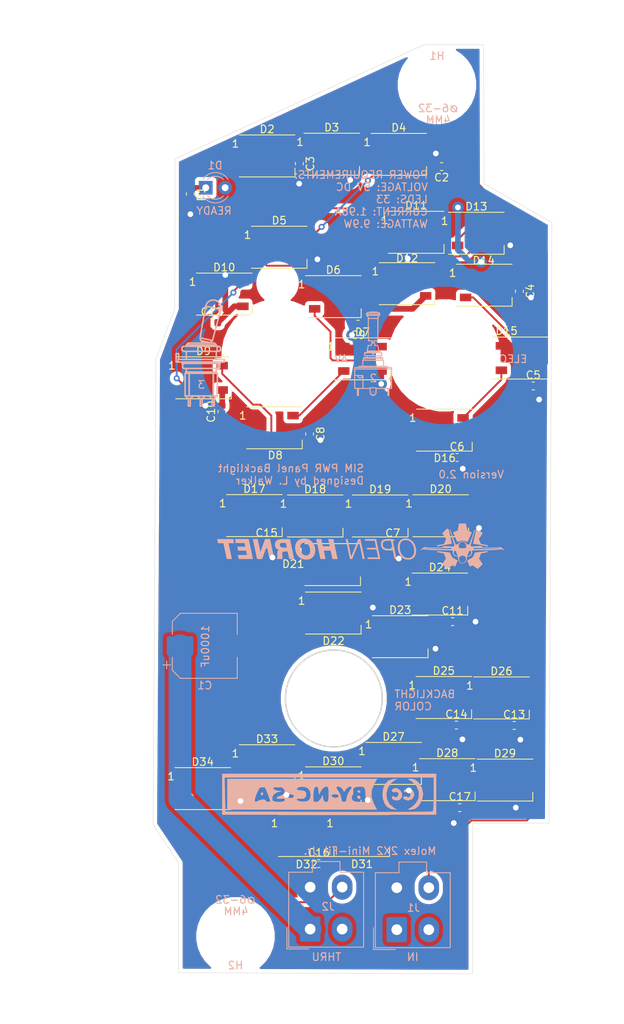
<source format=kicad_pcb>
(kicad_pcb (version 20171130) (host pcbnew "(5.1.6)-1")
  (layers (0 F.Cu signal) (31 B.Cu signal) (34 B.Paste user hide) (35 F.Paste user hide) (36 B.SilkS user) (37 F.SilkS user hide) (38 B.Mask user hide) (39 F.Mask user hide) (44 Edge.Cuts user))
  (net 0 "")
  (net 1 /LEDGND)
  (net 2 /LED+5V)
  (net 3 "Net-(D1-Pad1)")
  (net 4 "Net-(D2-Pad2)")
  (net 5 /DATAIN)
  (net 6 "Net-(D3-Pad2)")
  (net 7 "Net-(D4-Pad2)")
  (net 8 "Net-(D5-Pad2)")
  (net 9 "Net-(D6-Pad2)")
  (net 10 "Net-(D7-Pad2)")
  (net 11 "Net-(D8-Pad2)")
  (net 12 "Net-(D10-Pad4)")
  (net 13 "Net-(D10-Pad2)")
  (net 14 "Net-(D11-Pad2)")
  (net 15 "Net-(D12-Pad2)")
  (net 16 "Net-(D13-Pad2)")
  (net 17 "Net-(D14-Pad2)")
  (net 18 "Net-(D15-Pad2)")
  (net 19 "Net-(D16-Pad2)")
  (net 20 "Net-(D17-Pad2)")
  (net 21 "Net-(D18-Pad2)")
  (net 22 "Net-(D19-Pad2)")
  (net 23 "Net-(D20-Pad2)")
  (net 24 "Net-(D21-Pad2)")
  (net 25 "Net-(D22-Pad2)")
  (net 26 "Net-(D23-Pad2)")
  (net 27 "Net-(D24-Pad2)")
  (net 28 "Net-(D25-Pad2)")
  (net 29 "Net-(D26-Pad2)")
  (net 30 "Net-(D27-Pad2)")
  (net 31 "Net-(D28-Pad2)")
  (net 32 "Net-(D29-Pad2)")
  (net 33 "Net-(D30-Pad2)")
  (net 34 "Net-(D31-Pad2)")
  (net 35 "Net-(D32-Pad2)")
  (net 36 /DATAOUT)
  (net 37 "Net-(D33-Pad2)")
  (module OH_Backlighting:SxAL_Toggle_13x13mm (layer F.Cu) (at 134.67771 79.638436)
    (fp_text reference 4 hide)
    (fp_text value SxAL_Toggle_13x13mm hide)
    (pad "" np_thru_hole circle (at 0 0) (size 12.7 12.7) (drill 12.7) (layers *.Mask F.Cu) (clearance 1))
    (pad "" np_thru_hole circle (at 0 0) (size 12.7 12.7) (drill 12.7) (layers *.Mask B.Cu) (clearance 2.65))
  )
  (module OH_Backlighting:100SPX_Toggle_13mm_x_18mm (layer F.Cu) (at 112.773636 79.638436 180)
    (fp_text reference 3 hide)
    (fp_text value 100SPX_Toggle_13mm_x_18mm hide)
    (pad "" np_thru_hole circle (at 0 0 180) (size 12.7 12.7) (drill 12.7) (layers *.Mask B.Cu) (clearance 3.65))
    (pad "" np_thru_hole circle (at 0 0 180) (size 12.7 12.7) (drill 12.7) (layers *.Mask F.Cu) (clearance 1))
    (pad "" np_thru_hole circle (at 0 9.525 180) (size 3.572 3.572) (drill 3.572) (layers *.Cu *.Mask) (clearance 1))
  )
  (module OH_Backlighting:OH_Panel_6-32_PHS (layer F.Cu) (at 107.258014 155.785745)
    (fp_text reference 2 hide)
    (fp_text value OH_Panel_Fastner_Keepout hide)
    (fp_text user 4MM (at 0.075 -3.275 180) (layer B.SilkS) (effects (justify mirror)))
    (fp_text user H2 (at 0 3.81) (layer B.SilkS) (effects (justify mirror)))
    (fp_text user ⌀6-32 (at 0 -4.8) (layer B.SilkS) (effects (justify mirror)))
    (pad "" np_thru_hole circle (at 0 0) (size 4.3 4.3) (drill 4.3) (layers *.Cu *.Mask) (clearance 3))
  )
  (module OH_Backlighting:OH_Panel_6-32_PHS (layer F.Cu) (at 133.682342 44.179111)
    (fp_text reference 1 hide)
    (fp_text value OH_Panel_Fastner_Keepout hide)
    (fp_text user 4MM (at 0.175658 4.588889 180) (layer B.SilkS) (effects (justify mirror)))
    (fp_text user H1 (at 0 -3.793111) (layer B.SilkS) (effects (justify mirror)))
    (fp_text user ⌀6-32 (at 0.175658 3.064889) (layer B.SilkS) (effects (justify mirror)))
    (pad "" np_thru_hole circle (at 0 0) (size 4.3 4.3) (drill 4.3) (layers *.Cu *.Mask) (clearance 3))
  )
  (module OH_General:OH_LOGO_37.7mm_5.9mm (layer B.Cu) (at 123.698676 104.648 180)
    (fp_text reference G*** hide)
    (fp_text value LOGO hide)
  )
  (module OH_General:CC-BY-NC-SA-Small (layer B.Cu) (at 119.634 137.16 180)
    (fp_text reference G*** hide)
    (fp_text value LOGO hide)
  )
  (module Resistor_SMD:R_0603_1608Metric (layer F.Cu) (at 101.33076 58.47344 270)
    (fp_text reference R1 (at 0 -1.43 90) (layer F.SilkS))
    (fp_text value R)
    (pad 2 smd roundrect (at 0.7875 0 270) (size 0.875 0.95) (layers F.Cu F.Paste F.Mask) (net 1 /LEDGND))
    (pad 1 smd roundrect (at -0.7875 0 270) (size 0.875 0.95) (layers F.Cu F.Paste F.Mask) (net 3 "Net-(D1-Pad1)"))
  )
  (module Connector_Molex:Molex_Mini-Fit_Jr_5566-04A_2x02_P4.20mm_Vertical (layer B.Cu) (at 117.05198 154.84184)
    (fp_text reference J2 (at 2.3458 -2.95238) (layer B.SilkS) (effects (justify mirror)))
    (fp_text value Conn_01x04_Female)
    (pad 4 thru_hole oval (at 4.2 -5.5) (size 2.7 3.3) (drill 1.4) (layers *.Cu *.Mask) (net 36 /DATAOUT))
    (pad 3 thru_hole oval (at 0 -5.5) (size 2.7 3.3) (drill 1.4) (layers *.Cu *.Mask) (net 1 /LEDGND))
    (pad 2 thru_hole oval (at 4.2 0) (size 2.7 3.3) (drill 1.4) (layers *.Cu *.Mask) (net 2 /LED+5V))
    (pad 1 thru_hole roundrect (at 0 0) (size 2.7 3.3) (drill 1.4) (layers *.Cu *.Mask) (roundrect_rratio 0.09259299999999999) (net 2 /LED+5V))
  )
  (module Connector_Molex:Molex_Mini-Fit_Jr_5566-04A_2x02_P4.20mm_Vertical (layer B.Cu) (at 128.4134 154.91296)
    (fp_text reference J1 (at 2.18324 -2.86856) (layer B.SilkS) (effects (justify mirror)))
    (fp_text value Conn_01x04_Female)
    (pad 4 thru_hole oval (at 4.2 -5.5) (size 2.7 3.3) (drill 1.4) (layers *.Cu *.Mask) (net 5 /DATAIN))
    (pad 3 thru_hole oval (at 0 -5.5) (size 2.7 3.3) (drill 1.4) (layers *.Cu *.Mask) (net 1 /LEDGND))
    (pad 2 thru_hole oval (at 4.2 0) (size 2.7 3.3) (drill 1.4) (layers *.Cu *.Mask) (net 2 /LED+5V))
    (pad 1 thru_hole roundrect (at 0 0) (size 2.7 3.3) (drill 1.4) (layers *.Cu *.Mask) (roundrect_rratio 0.09259299999999999) (net 2 /LED+5V))
  )
  (module Capacitor_SMD:C_0603_1608Metric (layer F.Cu) (at 136.68238 138.91768)
    (fp_text reference C17 (at 0 -1.43) (layer F.SilkS))
    (fp_text value C)
    (pad 2 smd roundrect (at 0.7875 0) (size 0.875 0.95) (layers F.Cu F.Paste F.Mask) (net 1 /LEDGND))
    (pad 1 smd roundrect (at -0.7875 0) (size 0.875 0.95) (layers F.Cu F.Paste F.Mask) (net 2 /LED+5V))
  )
  (module Capacitor_SMD:C_0603_1608Metric (layer F.Cu) (at 118.1863 146.2532)
    (fp_text reference C16 (at 0 -1.43) (layer F.SilkS))
    (fp_text value C)
    (pad 2 smd roundrect (at 0.7875 0) (size 0.875 0.95) (layers F.Cu F.Paste F.Mask) (net 1 /LEDGND))
    (pad 1 smd roundrect (at -0.7875 0) (size 0.875 0.95) (layers F.Cu F.Paste F.Mask) (net 2 /LED+5V))
  )
  (module Capacitor_SMD:C_0603_1608Metric (layer F.Cu) (at 111.3408 104.33558)
    (fp_text reference C15 (at 0 -1.43) (layer F.SilkS))
    (fp_text value C)
    (pad 2 smd roundrect (at 0.7875 0) (size 0.875 0.95) (layers F.Cu F.Paste F.Mask) (net 1 /LEDGND))
    (pad 1 smd roundrect (at -0.7875 0) (size 0.875 0.95) (layers F.Cu F.Paste F.Mask) (net 2 /LED+5V))
  )
  (module Capacitor_SMD:C_0603_1608Metric (layer F.Cu) (at 136.24062 128.09982)
    (fp_text reference C14 (at 0 -1.43) (layer F.SilkS))
    (fp_text value C)
    (pad 2 smd roundrect (at 0.7875 0) (size 0.875 0.95) (layers F.Cu F.Paste F.Mask) (net 1 /LEDGND))
    (pad 1 smd roundrect (at -0.7875 0) (size 0.875 0.95) (layers F.Cu F.Paste F.Mask) (net 2 /LED+5V))
  )
  (module Capacitor_SMD:C_0603_1608Metric (layer F.Cu) (at 143.82486 128.143)
    (fp_text reference C13 (at 0 -1.43) (layer F.SilkS))
    (fp_text value C)
    (pad 2 smd roundrect (at 0.7875 0) (size 0.875 0.95) (layers F.Cu F.Paste F.Mask) (net 1 /LEDGND))
    (pad 1 smd roundrect (at -0.7875 0) (size 0.875 0.95) (layers F.Cu F.Paste F.Mask) (net 2 /LED+5V))
  )
  (module Capacitor_SMD:C_0603_1608Metric (layer F.Cu) (at 104.1401 75.35672)
    (fp_text reference C12 (at 0 -1.43) (layer F.SilkS))
    (fp_text value C)
    (pad 2 smd roundrect (at 0.7875 0) (size 0.875 0.95) (layers F.Cu F.Paste F.Mask) (net 1 /LEDGND))
    (pad 1 smd roundrect (at -0.7875 0) (size 0.875 0.95) (layers F.Cu F.Paste F.Mask) (net 2 /LED+5V))
  )
  (module Capacitor_SMD:C_0603_1608Metric (layer F.Cu) (at 135.73242 114.53876)
    (fp_text reference C11 (at 0 -1.43) (layer F.SilkS))
    (fp_text value C)
    (pad 2 smd roundrect (at 0.7875 0) (size 0.875 0.95) (layers F.Cu F.Paste F.Mask) (net 1 /LEDGND))
    (pad 1 smd roundrect (at -0.7875 0) (size 0.875 0.95) (layers F.Cu F.Paste F.Mask) (net 2 /LED+5V))
  )
  (module Capacitor_SMD:C_0603_1608Metric (layer F.Cu) (at 105.48112 87.00526 90)
    (fp_text reference C10 (at 0 -1.43 90) (layer F.SilkS))
    (fp_text value C)
    (pad 2 smd roundrect (at 0.7875 0 90) (size 0.875 0.95) (layers F.Cu F.Paste F.Mask) (net 1 /LEDGND))
    (pad 1 smd roundrect (at -0.7875 0 90) (size 0.875 0.95) (layers F.Cu F.Paste F.Mask) (net 2 /LED+5V))
  )
  (module Capacitor_SMD:C_0603_1608Metric (layer F.Cu) (at 123.32472 75.54214 180)
    (fp_text reference C9 (at 0 -1.43) (layer F.SilkS))
    (fp_text value C)
    (pad 2 smd roundrect (at 0.7875 0 180) (size 0.875 0.95) (layers F.Cu F.Paste F.Mask) (net 1 /LEDGND))
    (pad 1 smd roundrect (at -0.7875 0 180) (size 0.875 0.95) (layers F.Cu F.Paste F.Mask) (net 2 /LED+5V))
  )
  (module Capacitor_SMD:C_0603_1608Metric (layer F.Cu) (at 116.97716 89.95156 270)
    (fp_text reference C8 (at 0 -1.43 90) (layer F.SilkS))
    (fp_text value C)
    (pad 2 smd roundrect (at 0.7875 0 270) (size 0.875 0.95) (layers F.Cu F.Paste F.Mask) (net 1 /LEDGND))
    (pad 1 smd roundrect (at -0.7875 0 270) (size 0.875 0.95) (layers F.Cu F.Paste F.Mask) (net 2 /LED+5V))
  )
  (module Capacitor_SMD:C_0603_1608Metric (layer F.Cu) (at 127.8889 104.36352)
    (fp_text reference C7 (at 0 -1.43) (layer F.SilkS))
    (fp_text value C)
    (pad 2 smd roundrect (at 0.7875 0) (size 0.875 0.95) (layers F.Cu F.Paste F.Mask) (net 1 /LEDGND))
    (pad 1 smd roundrect (at -0.7875 0) (size 0.875 0.95) (layers F.Cu F.Paste F.Mask) (net 2 /LED+5V))
  )
  (module Capacitor_SMD:C_0603_1608Metric (layer F.Cu) (at 136.32678 93.01734)
    (fp_text reference C6 (at 0 -1.43) (layer F.SilkS))
    (fp_text value C)
    (pad 2 smd roundrect (at 0.7875 0) (size 0.875 0.95) (layers F.Cu F.Paste F.Mask) (net 1 /LEDGND))
    (pad 1 smd roundrect (at -0.7875 0) (size 0.875 0.95) (layers F.Cu F.Paste F.Mask) (net 2 /LED+5V))
  )
  (module Capacitor_SMD:C_0603_1608Metric (layer F.Cu) (at 146.31914 83.64728)
    (fp_text reference C5 (at 0 -1.43) (layer F.SilkS))
    (fp_text value C)
    (pad 2 smd roundrect (at 0.7875 0) (size 0.875 0.95) (layers F.Cu F.Paste F.Mask) (net 1 /LEDGND))
    (pad 1 smd roundrect (at -0.7875 0) (size 0.875 0.95) (layers F.Cu F.Paste F.Mask) (net 2 /LED+5V))
  )
  (module Capacitor_SMD:C_0603_1608Metric (layer F.Cu) (at 144.5006 71.23938 270)
    (fp_text reference C4 (at 0 -1.43 90) (layer F.SilkS))
    (fp_text value C)
    (pad 2 smd roundrect (at 0.7875 0 270) (size 0.875 0.95) (layers F.Cu F.Paste F.Mask) (net 1 /LEDGND))
    (pad 1 smd roundrect (at -0.7875 0 270) (size 0.875 0.95) (layers F.Cu F.Paste F.Mask) (net 2 /LED+5V))
  )
  (module Capacitor_SMD:C_0603_1608Metric (layer F.Cu) (at 115.6335 54.50078 270)
    (fp_text reference C3 (at 0 -1.43 90) (layer F.SilkS))
    (fp_text value C)
    (pad 2 smd roundrect (at 0.7875 0 270) (size 0.875 0.95) (layers F.Cu F.Paste F.Mask) (net 1 /LEDGND))
    (pad 1 smd roundrect (at -0.7875 0 270) (size 0.875 0.95) (layers F.Cu F.Paste F.Mask) (net 2 /LED+5V))
  )
  (module Capacitor_SMD:C_0603_1608Metric (layer F.Cu) (at 134.3024 54.8894 180)
    (fp_text reference C2 (at 0 -1.43) (layer F.SilkS))
    (fp_text value C)
    (pad 2 smd roundrect (at 0.7875 0 180) (size 0.875 0.95) (layers F.Cu F.Paste F.Mask) (net 1 /LEDGND))
    (pad 1 smd roundrect (at -0.7875 0 180) (size 0.875 0.95) (layers F.Cu F.Paste F.Mask) (net 2 /LED+5V))
  )
  (module "Kicad Footprint Files:100SpxToggle" (layer F.Cu) (at 103.2764 80.6704)
    (fp_text reference 1 hide)
    (fp_text value LOGO hide)
  )
  (module "Kicad Footprint Files:S2ALToggle" (layer B.Cu) (at 125.4506 79.5528 180)
    (fp_text reference 2 hide)
    (fp_text value LOGO hide)
    (fp_text user 2 (at 0.125 -3.075) (layer B.SilkS) (effects (justify mirror)))
  )
  (module LED_SMD:LED_WS2812B_PLCC4_5.0x5.0mm_P3.2mm (layer F.Cu) (at 102.96 136.423)
    (fp_text reference D34 (at 0 -3.5) (layer F.SilkS))
    (fp_text value WS2812B)
    (fp_text user 1 (at -4.15 -1.6) (layer F.SilkS))
    (pad 1 smd rect (at -2.45 -1.6) (size 1.5 1) (layers F.Cu F.Paste F.Mask) (net 2 /LED+5V))
    (pad 2 smd rect (at -2.45 1.6) (size 1.5 1) (layers F.Cu F.Paste F.Mask) (net 36 /DATAOUT))
    (pad 4 smd rect (at 2.45 -1.6) (size 1.5 1) (layers F.Cu F.Paste F.Mask) (net 37 "Net-(D33-Pad2)"))
    (pad 3 smd rect (at 2.45 1.6) (size 1.5 1) (layers F.Cu F.Paste F.Mask) (net 1 /LEDGND))
  )
  (module LED_SMD:LED_WS2812B_PLCC4_5.0x5.0mm_P3.2mm (layer F.Cu) (at 111.393 133.426)
    (fp_text reference D33 (at 0 -3.5) (layer F.SilkS))
    (fp_text value WS2812B)
    (fp_text user 1 (at -4.15 -1.6) (layer F.SilkS))
    (pad 1 smd rect (at -2.45 -1.6) (size 1.5 1) (layers F.Cu F.Paste F.Mask) (net 2 /LED+5V))
    (pad 2 smd rect (at -2.45 1.6) (size 1.5 1) (layers F.Cu F.Paste F.Mask) (net 37 "Net-(D33-Pad2)"))
    (pad 4 smd rect (at 2.45 -1.6) (size 1.5 1) (layers F.Cu F.Paste F.Mask) (net 35 "Net-(D32-Pad2)"))
    (pad 3 smd rect (at 2.45 1.6) (size 1.5 1) (layers F.Cu F.Paste F.Mask) (net 1 /LEDGND))
  )
  (module LED_SMD:LED_WS2812B_PLCC4_5.0x5.0mm_P3.2mm (layer F.Cu) (at 116.524 142.57)
    (fp_text reference D32 (at 0.062 3.7848) (layer F.SilkS))
    (fp_text value WS2812B)
    (fp_text user 1 (at -4.15 -1.6) (layer F.SilkS))
    (pad 1 smd rect (at -2.45 -1.6) (size 1.5 1) (layers F.Cu F.Paste F.Mask) (net 2 /LED+5V))
    (pad 2 smd rect (at -2.45 1.6) (size 1.5 1) (layers F.Cu F.Paste F.Mask) (net 35 "Net-(D32-Pad2)"))
    (pad 4 smd rect (at 2.45 -1.6) (size 1.5 1) (layers F.Cu F.Paste F.Mask) (net 34 "Net-(D31-Pad2)"))
    (pad 3 smd rect (at 2.45 1.6) (size 1.5 1) (layers F.Cu F.Paste F.Mask) (net 1 /LEDGND))
  )
  (module LED_SMD:LED_WS2812B_PLCC4_5.0x5.0mm_P3.2mm (layer F.Cu) (at 123.811 142.57)
    (fp_text reference D31 (at 0.0394 3.7594) (layer F.SilkS))
    (fp_text value WS2812B)
    (fp_text user 1 (at -4.15 -1.6) (layer F.SilkS))
    (pad 1 smd rect (at -2.45 -1.6) (size 1.5 1) (layers F.Cu F.Paste F.Mask) (net 2 /LED+5V))
    (pad 2 smd rect (at -2.45 1.6) (size 1.5 1) (layers F.Cu F.Paste F.Mask) (net 34 "Net-(D31-Pad2)"))
    (pad 4 smd rect (at 2.45 -1.6) (size 1.5 1) (layers F.Cu F.Paste F.Mask) (net 33 "Net-(D30-Pad2)"))
    (pad 3 smd rect (at 2.45 1.6) (size 1.5 1) (layers F.Cu F.Paste F.Mask) (net 1 /LEDGND))
  )
  (module LED_SMD:LED_WS2812B_PLCC4_5.0x5.0mm_P3.2mm (layer F.Cu) (at 120.091 136.322)
    (fp_text reference D30 (at 0 -3.5) (layer F.SilkS))
    (fp_text value WS2812B)
    (fp_text user 1 (at -4.15 -1.6) (layer F.SilkS))
    (pad 1 smd rect (at -2.45 -1.6) (size 1.5 1) (layers F.Cu F.Paste F.Mask) (net 2 /LED+5V))
    (pad 2 smd rect (at -2.45 1.6) (size 1.5 1) (layers F.Cu F.Paste F.Mask) (net 33 "Net-(D30-Pad2)"))
    (pad 4 smd rect (at 2.45 -1.6) (size 1.5 1) (layers F.Cu F.Paste F.Mask) (net 32 "Net-(D29-Pad2)"))
    (pad 3 smd rect (at 2.45 1.6) (size 1.5 1) (layers F.Cu F.Paste F.Mask) (net 1 /LEDGND))
  )
  (module LED_SMD:LED_WS2812B_PLCC4_5.0x5.0mm_P3.2mm (layer F.Cu) (at 142.607 135.306)
    (fp_text reference D29 (at 0 -3.5) (layer F.SilkS))
    (fp_text value WS2812B)
    (fp_text user 1 (at -4.15 -1.6) (layer F.SilkS))
    (pad 1 smd rect (at -2.45 -1.6) (size 1.5 1) (layers F.Cu F.Paste F.Mask) (net 2 /LED+5V))
    (pad 2 smd rect (at -2.45 1.6) (size 1.5 1) (layers F.Cu F.Paste F.Mask) (net 32 "Net-(D29-Pad2)"))
    (pad 4 smd rect (at 2.45 -1.6) (size 1.5 1) (layers F.Cu F.Paste F.Mask) (net 31 "Net-(D28-Pad2)"))
    (pad 3 smd rect (at 2.45 1.6) (size 1.5 1) (layers F.Cu F.Paste F.Mask) (net 1 /LEDGND))
  )
  (module LED_SMD:LED_WS2812B_PLCC4_5.0x5.0mm_P3.2mm (layer F.Cu) (at 135.038 135.255)
    (fp_text reference D28 (at 0 -3.5) (layer F.SilkS))
    (fp_text value WS2812B)
    (fp_text user 1 (at -4.15 -1.6) (layer F.SilkS))
    (pad 1 smd rect (at -2.45 -1.6) (size 1.5 1) (layers F.Cu F.Paste F.Mask) (net 2 /LED+5V))
    (pad 2 smd rect (at -2.45 1.6) (size 1.5 1) (layers F.Cu F.Paste F.Mask) (net 31 "Net-(D28-Pad2)"))
    (pad 4 smd rect (at 2.45 -1.6) (size 1.5 1) (layers F.Cu F.Paste F.Mask) (net 30 "Net-(D27-Pad2)"))
    (pad 3 smd rect (at 2.45 1.6) (size 1.5 1) (layers F.Cu F.Paste F.Mask) (net 1 /LEDGND))
  )
  (module LED_SMD:LED_WS2812B_PLCC4_5.0x5.0mm_P3.2mm (layer F.Cu) (at 127.99204 133.121)
    (fp_text reference D27 (at 0 -3.5) (layer F.SilkS))
    (fp_text value WS2812B)
    (fp_text user 1 (at -4.15 -1.6) (layer F.SilkS))
    (pad 1 smd rect (at -2.45 -1.6) (size 1.5 1) (layers F.Cu F.Paste F.Mask) (net 2 /LED+5V))
    (pad 2 smd rect (at -2.45 1.6) (size 1.5 1) (layers F.Cu F.Paste F.Mask) (net 30 "Net-(D27-Pad2)"))
    (pad 4 smd rect (at 2.45 -1.6) (size 1.5 1) (layers F.Cu F.Paste F.Mask) (net 29 "Net-(D26-Pad2)"))
    (pad 3 smd rect (at 2.45 1.6) (size 1.5 1) (layers F.Cu F.Paste F.Mask) (net 1 /LEDGND))
  )
  (module LED_SMD:LED_WS2812B_PLCC4_5.0x5.0mm_P3.2mm (layer F.Cu) (at 142.15 124.536)
    (fp_text reference D26 (at 0 -3.5) (layer F.SilkS))
    (fp_text value WS2812B)
    (fp_text user 1 (at -4.15 -1.6) (layer F.SilkS))
    (pad 1 smd rect (at -2.45 -1.6) (size 1.5 1) (layers F.Cu F.Paste F.Mask) (net 2 /LED+5V))
    (pad 2 smd rect (at -2.45 1.6) (size 1.5 1) (layers F.Cu F.Paste F.Mask) (net 29 "Net-(D26-Pad2)"))
    (pad 4 smd rect (at 2.45 -1.6) (size 1.5 1) (layers F.Cu F.Paste F.Mask) (net 28 "Net-(D25-Pad2)"))
    (pad 3 smd rect (at 2.45 1.6) (size 1.5 1) (layers F.Cu F.Paste F.Mask) (net 1 /LEDGND))
  )
  (module LED_SMD:LED_WS2812B_PLCC4_5.0x5.0mm_P3.2mm (layer F.Cu) (at 134.581 124.485)
    (fp_text reference D25 (at 0 -3.5) (layer F.SilkS))
    (fp_text value WS2812B)
    (fp_text user 1 (at -4.15 -1.6) (layer F.SilkS))
    (pad 1 smd rect (at -2.45 -1.6) (size 1.5 1) (layers F.Cu F.Paste F.Mask) (net 2 /LED+5V))
    (pad 2 smd rect (at -2.45 1.6) (size 1.5 1) (layers F.Cu F.Paste F.Mask) (net 28 "Net-(D25-Pad2)"))
    (pad 4 smd rect (at 2.45 -1.6) (size 1.5 1) (layers F.Cu F.Paste F.Mask) (net 27 "Net-(D24-Pad2)"))
    (pad 3 smd rect (at 2.45 1.6) (size 1.5 1) (layers F.Cu F.Paste F.Mask) (net 1 /LEDGND))
  )
  (module LED_SMD:LED_WS2812B_PLCC4_5.0x5.0mm_P3.2mm (layer F.Cu) (at 134.073 110.922)
    (fp_text reference D24 (at 0 -3.5) (layer F.SilkS))
    (fp_text value WS2812B)
    (fp_text user 1 (at -4.15 -1.6) (layer F.SilkS))
    (pad 1 smd rect (at -2.45 -1.6) (size 1.5 1) (layers F.Cu F.Paste F.Mask) (net 2 /LED+5V))
    (pad 2 smd rect (at -2.45 1.6) (size 1.5 1) (layers F.Cu F.Paste F.Mask) (net 27 "Net-(D24-Pad2)"))
    (pad 4 smd rect (at 2.45 -1.6) (size 1.5 1) (layers F.Cu F.Paste F.Mask) (net 26 "Net-(D23-Pad2)"))
    (pad 3 smd rect (at 2.45 1.6) (size 1.5 1) (layers F.Cu F.Paste F.Mask) (net 1 /LEDGND))
  )
  (module LED_SMD:LED_WS2812B_PLCC4_5.0x5.0mm_P3.2mm (layer F.Cu) (at 128.868 116.51)
    (fp_text reference D23 (at 0 -3.5) (layer F.SilkS))
    (fp_text value WS2812B)
    (fp_text user 1 (at -4.15 -1.6) (layer F.SilkS))
    (pad 1 smd rect (at -2.45 -1.6) (size 1.5 1) (layers F.Cu F.Paste F.Mask) (net 2 /LED+5V))
    (pad 2 smd rect (at -2.45 1.6) (size 1.5 1) (layers F.Cu F.Paste F.Mask) (net 26 "Net-(D23-Pad2)"))
    (pad 4 smd rect (at 2.45 -1.6) (size 1.5 1) (layers F.Cu F.Paste F.Mask) (net 25 "Net-(D22-Pad2)"))
    (pad 3 smd rect (at 2.45 1.6) (size 1.5 1) (layers F.Cu F.Paste F.Mask) (net 1 /LEDGND))
  )
  (module LED_SMD:LED_WS2812B_PLCC4_5.0x5.0mm_P3.2mm (layer F.Cu) (at 120.08 113.411)
    (fp_text reference D22 (at 0.0366 3.6576) (layer F.SilkS))
    (fp_text value WS2812B)
    (fp_text user 1 (at -4.15 -1.6) (layer F.SilkS))
    (pad 1 smd rect (at -2.45 -1.6) (size 1.5 1) (layers F.Cu F.Paste F.Mask) (net 2 /LED+5V))
    (pad 2 smd rect (at -2.45 1.6) (size 1.5 1) (layers F.Cu F.Paste F.Mask) (net 25 "Net-(D22-Pad2)"))
    (pad 4 smd rect (at 2.45 -1.6) (size 1.5 1) (layers F.Cu F.Paste F.Mask) (net 24 "Net-(D21-Pad2)"))
    (pad 3 smd rect (at 2.45 1.6) (size 1.5 1) (layers F.Cu F.Paste F.Mask) (net 1 /LEDGND))
  )
  (module LED_SMD:LED_WS2812B_PLCC4_5.0x5.0mm_P3.2mm (layer F.Cu) (at 120.001 107.061)
    (fp_text reference D21 (at -5.1676 -0.0762) (layer F.SilkS))
    (fp_text value WS2812B)
    (fp_text user 1 (at -4.15 -1.6) (layer F.SilkS))
    (pad 1 smd rect (at -2.45 -1.6) (size 1.5 1) (layers F.Cu F.Paste F.Mask) (net 2 /LED+5V))
    (pad 2 smd rect (at -2.45 1.6) (size 1.5 1) (layers F.Cu F.Paste F.Mask) (net 24 "Net-(D21-Pad2)"))
    (pad 4 smd rect (at 2.45 -1.6) (size 1.5 1) (layers F.Cu F.Paste F.Mask) (net 23 "Net-(D20-Pad2)"))
    (pad 3 smd rect (at 2.45 1.6) (size 1.5 1) (layers F.Cu F.Paste F.Mask) (net 1 /LEDGND))
  )
  (module LED_SMD:LED_WS2812B_PLCC4_5.0x5.0mm_P3.2mm (layer F.Cu) (at 134.174 100.66)
    (fp_text reference D20 (at 0 -3.5) (layer F.SilkS))
    (fp_text value WS2812B)
    (fp_text user 1 (at -4.15 -1.6) (layer F.SilkS))
    (pad 1 smd rect (at -2.45 -1.6) (size 1.5 1) (layers F.Cu F.Paste F.Mask) (net 2 /LED+5V))
    (pad 2 smd rect (at -2.45 1.6) (size 1.5 1) (layers F.Cu F.Paste F.Mask) (net 23 "Net-(D20-Pad2)"))
    (pad 4 smd rect (at 2.45 -1.6) (size 1.5 1) (layers F.Cu F.Paste F.Mask) (net 22 "Net-(D19-Pad2)"))
    (pad 3 smd rect (at 2.45 1.6) (size 1.5 1) (layers F.Cu F.Paste F.Mask) (net 1 /LEDGND))
  )
  (module LED_SMD:LED_WS2812B_PLCC4_5.0x5.0mm_P3.2mm (layer F.Cu) (at 126.238 100.686)
    (fp_text reference D19 (at 0 -3.5) (layer F.SilkS))
    (fp_text value WS2812B)
    (fp_text user 1 (at -4.15 -1.6) (layer F.SilkS))
    (pad 1 smd rect (at -2.45 -1.6) (size 1.5 1) (layers F.Cu F.Paste F.Mask) (net 2 /LED+5V))
    (pad 2 smd rect (at -2.45 1.6) (size 1.5 1) (layers F.Cu F.Paste F.Mask) (net 22 "Net-(D19-Pad2)"))
    (pad 4 smd rect (at 2.45 -1.6) (size 1.5 1) (layers F.Cu F.Paste F.Mask) (net 21 "Net-(D18-Pad2)"))
    (pad 3 smd rect (at 2.45 1.6) (size 1.5 1) (layers F.Cu F.Paste F.Mask) (net 1 /LEDGND))
  )
  (module LED_SMD:LED_WS2812B_PLCC4_5.0x5.0mm_P3.2mm (layer F.Cu) (at 117.704 100.686)
    (fp_text reference D18 (at 0 -3.5) (layer F.SilkS))
    (fp_text value WS2812B)
    (fp_text user 1 (at -4.15 -1.6) (layer F.SilkS))
    (pad 1 smd rect (at -2.45 -1.6) (size 1.5 1) (layers F.Cu F.Paste F.Mask) (net 2 /LED+5V))
    (pad 2 smd rect (at -2.45 1.6) (size 1.5 1) (layers F.Cu F.Paste F.Mask) (net 21 "Net-(D18-Pad2)"))
    (pad 4 smd rect (at 2.45 -1.6) (size 1.5 1) (layers F.Cu F.Paste F.Mask) (net 20 "Net-(D17-Pad2)"))
    (pad 3 smd rect (at 2.45 1.6) (size 1.5 1) (layers F.Cu F.Paste F.Mask) (net 1 /LEDGND))
  )
  (module LED_SMD:LED_WS2812B_PLCC4_5.0x5.0mm_P3.2mm (layer F.Cu) (at 109.728 100.635)
    (fp_text reference D17 (at 0 -3.5) (layer F.SilkS))
    (fp_text value WS2812B)
    (fp_text user 1 (at -4.15 -1.6) (layer F.SilkS))
    (pad 1 smd rect (at -2.45 -1.6) (size 1.5 1) (layers F.Cu F.Paste F.Mask) (net 2 /LED+5V))
    (pad 2 smd rect (at -2.45 1.6) (size 1.5 1) (layers F.Cu F.Paste F.Mask) (net 20 "Net-(D17-Pad2)"))
    (pad 4 smd rect (at 2.45 -1.6) (size 1.5 1) (layers F.Cu F.Paste F.Mask) (net 19 "Net-(D16-Pad2)"))
    (pad 3 smd rect (at 2.45 1.6) (size 1.5 1) (layers F.Cu F.Paste F.Mask) (net 1 /LEDGND))
  )
  (module LED_SMD:LED_WS2812B_PLCC4_5.0x5.0mm_P3.2mm (layer F.Cu) (at 134.659 89.4332)
    (fp_text reference D16 (at 0.0372 3.6578) (layer F.SilkS))
    (fp_text value WS2812B)
    (fp_text user 1 (at -4.15 -1.6) (layer F.SilkS))
    (pad 1 smd rect (at -2.45 -1.6) (size 1.5 1) (layers F.Cu F.Paste F.Mask) (net 2 /LED+5V))
    (pad 2 smd rect (at -2.45 1.6) (size 1.5 1) (layers F.Cu F.Paste F.Mask) (net 19 "Net-(D16-Pad2)"))
    (pad 4 smd rect (at 2.45 -1.6) (size 1.5 1) (layers F.Cu F.Paste F.Mask) (net 18 "Net-(D15-Pad2)"))
    (pad 3 smd rect (at 2.45 1.6) (size 1.5 1) (layers F.Cu F.Paste F.Mask) (net 1 /LEDGND))
  )
  (module LED_SMD:LED_WS2812B_PLCC4_5.0x5.0mm_P3.2mm (layer F.Cu) (at 144.588 79.9844)
    (fp_text reference D15 (at -1.7638 -3.5558) (layer F.SilkS))
    (fp_text value WS2812B)
    (fp_text user 1 (at -4.15 -1.6) (layer F.SilkS))
    (pad 1 smd rect (at -2.45 -1.6) (size 1.5 1) (layers F.Cu F.Paste F.Mask) (net 2 /LED+5V))
    (pad 2 smd rect (at -2.45 1.6) (size 1.5 1) (layers F.Cu F.Paste F.Mask) (net 18 "Net-(D15-Pad2)"))
    (pad 4 smd rect (at 2.45 -1.6) (size 1.5 1) (layers F.Cu F.Paste F.Mask) (net 17 "Net-(D14-Pad2)"))
    (pad 3 smd rect (at 2.45 1.6) (size 1.5 1) (layers F.Cu F.Paste F.Mask) (net 1 /LEDGND))
  )
  (module LED_SMD:LED_WS2812B_PLCC4_5.0x5.0mm_P3.2mm (layer F.Cu) (at 139.892 70.434)
    (fp_text reference D14 (at -0.065 -3.2256) (layer F.SilkS))
    (fp_text value WS2812B)
    (fp_text user 1 (at -4.15 -1.6) (layer F.SilkS))
    (pad 1 smd rect (at -2.45 -1.6) (size 1.5 1) (layers F.Cu F.Paste F.Mask) (net 2 /LED+5V))
    (pad 2 smd rect (at -2.45 1.6) (size 1.5 1) (layers F.Cu F.Paste F.Mask) (net 17 "Net-(D14-Pad2)"))
    (pad 4 smd rect (at 2.45 -1.6) (size 1.5 1) (layers F.Cu F.Paste F.Mask) (net 16 "Net-(D13-Pad2)"))
    (pad 3 smd rect (at 2.45 1.6) (size 1.5 1) (layers F.Cu F.Paste F.Mask) (net 1 /LEDGND))
  )
  (module LED_SMD:LED_WS2812B_PLCC4_5.0x5.0mm_P3.2mm (layer F.Cu) (at 138.848 63.6268)
    (fp_text reference D13 (at 0 -3.5) (layer F.SilkS))
    (fp_text value WS2812B)
    (fp_text user 1 (at -4.15 -1.6) (layer F.SilkS))
    (pad 1 smd rect (at -2.45 -1.6) (size 1.5 1) (layers F.Cu F.Paste F.Mask) (net 2 /LED+5V))
    (pad 2 smd rect (at -2.45 1.6) (size 1.5 1) (layers F.Cu F.Paste F.Mask) (net 16 "Net-(D13-Pad2)"))
    (pad 4 smd rect (at 2.45 -1.6) (size 1.5 1) (layers F.Cu F.Paste F.Mask) (net 15 "Net-(D12-Pad2)"))
    (pad 3 smd rect (at 2.45 1.6) (size 1.5 1) (layers F.Cu F.Paste F.Mask) (net 1 /LEDGND))
  )
  (module LED_SMD:LED_WS2812B_PLCC4_5.0x5.0mm_P3.2mm (layer F.Cu) (at 129.755 70.2308)
    (fp_text reference D12 (at 0.0136 -3.3272) (layer F.SilkS))
    (fp_text value WS2812B)
    (fp_text user 1 (at -4.15 -1.6) (layer F.SilkS))
    (pad 1 smd rect (at -2.45 -1.6) (size 1.5 1) (layers F.Cu F.Paste F.Mask) (net 2 /LED+5V))
    (pad 2 smd rect (at -2.45 1.6) (size 1.5 1) (layers F.Cu F.Paste F.Mask) (net 15 "Net-(D12-Pad2)"))
    (pad 4 smd rect (at 2.45 -1.6) (size 1.5 1) (layers F.Cu F.Paste F.Mask) (net 14 "Net-(D11-Pad2)"))
    (pad 3 smd rect (at 2.45 1.6) (size 1.5 1) (layers F.Cu F.Paste F.Mask) (net 1 /LEDGND))
  )
  (module LED_SMD:LED_WS2812B_PLCC4_5.0x5.0mm_P3.2mm (layer F.Cu) (at 130.962 63.5)
    (fp_text reference D11 (at 0 -3.5) (layer F.SilkS))
    (fp_text value WS2812B)
    (fp_text user 1 (at -4.15 -1.6) (layer F.SilkS))
    (pad 1 smd rect (at -2.45 -1.6) (size 1.5 1) (layers F.Cu F.Paste F.Mask) (net 2 /LED+5V))
    (pad 2 smd rect (at -2.45 1.6) (size 1.5 1) (layers F.Cu F.Paste F.Mask) (net 14 "Net-(D11-Pad2)"))
    (pad 4 smd rect (at 2.45 -1.6) (size 1.5 1) (layers F.Cu F.Paste F.Mask) (net 13 "Net-(D10-Pad2)"))
    (pad 3 smd rect (at 2.45 1.6) (size 1.5 1) (layers F.Cu F.Paste F.Mask) (net 1 /LEDGND))
  )
  (module LED_SMD:LED_WS2812B_PLCC4_5.0x5.0mm_P3.2mm (layer F.Cu) (at 105.777 71.6024)
    (fp_text reference D10 (at 0 -3.5) (layer F.SilkS))
    (fp_text value WS2812B)
    (fp_text user 1 (at -4.15 -1.6) (layer F.SilkS))
    (pad 1 smd rect (at -2.45 -1.6) (size 1.5 1) (layers F.Cu F.Paste F.Mask) (net 2 /LED+5V))
    (pad 2 smd rect (at -2.45 1.6) (size 1.5 1) (layers F.Cu F.Paste F.Mask) (net 13 "Net-(D10-Pad2)"))
    (pad 4 smd rect (at 2.45 -1.6) (size 1.5 1) (layers F.Cu F.Paste F.Mask) (net 12 "Net-(D10-Pad4)"))
    (pad 3 smd rect (at 2.45 1.6) (size 1.5 1) (layers F.Cu F.Paste F.Mask) (net 1 /LEDGND))
  )
  (module LED_SMD:LED_WS2812B_PLCC4_5.0x5.0mm_P3.2mm (layer F.Cu) (at 103.062 82.5756)
    (fp_text reference D9 (at 0 -3.5) (layer F.SilkS))
    (fp_text value WS2812B)
    (fp_text user 1 (at -4.15 -1.6) (layer F.SilkS))
    (pad 1 smd rect (at -2.45 -1.6) (size 1.5 1) (layers F.Cu F.Paste F.Mask) (net 2 /LED+5V))
    (pad 2 smd rect (at -2.45 1.6) (size 1.5 1) (layers F.Cu F.Paste F.Mask) (net 12 "Net-(D10-Pad4)"))
    (pad 4 smd rect (at 2.45 -1.6) (size 1.5 1) (layers F.Cu F.Paste F.Mask) (net 11 "Net-(D8-Pad2)"))
    (pad 3 smd rect (at 2.45 1.6) (size 1.5 1) (layers F.Cu F.Paste F.Mask) (net 1 /LEDGND))
  )
  (module LED_SMD:LED_WS2812B_PLCC4_5.0x5.0mm_P3.2mm (layer F.Cu) (at 112.358 89.1284)
    (fp_text reference D8 (at 0.1132 3.607) (layer F.SilkS))
    (fp_text value WS2812B)
    (fp_text user 1 (at -4.15 -1.6) (layer F.SilkS))
    (pad 1 smd rect (at -2.45 -1.6) (size 1.5 1) (layers F.Cu F.Paste F.Mask) (net 2 /LED+5V))
    (pad 2 smd rect (at -2.45 1.6) (size 1.5 1) (layers F.Cu F.Paste F.Mask) (net 11 "Net-(D8-Pad2)"))
    (pad 4 smd rect (at 2.45 -1.6) (size 1.5 1) (layers F.Cu F.Paste F.Mask) (net 10 "Net-(D7-Pad2)"))
    (pad 3 smd rect (at 2.45 1.6) (size 1.5 1) (layers F.Cu F.Paste F.Mask) (net 1 /LEDGND))
  )
  (module LED_SMD:LED_WS2812B_PLCC4_5.0x5.0mm_P3.2mm (layer F.Cu) (at 123.913 80.086)
    (fp_text reference D7 (at 0 -3.5) (layer F.SilkS))
    (fp_text value WS2812B)
    (fp_text user 1 (at -4.15 -1.6) (layer F.SilkS))
    (pad 1 smd rect (at -2.45 -1.6) (size 1.5 1) (layers F.Cu F.Paste F.Mask) (net 2 /LED+5V))
    (pad 2 smd rect (at -2.45 1.6) (size 1.5 1) (layers F.Cu F.Paste F.Mask) (net 10 "Net-(D7-Pad2)"))
    (pad 4 smd rect (at 2.45 -1.6) (size 1.5 1) (layers F.Cu F.Paste F.Mask) (net 9 "Net-(D6-Pad2)"))
    (pad 3 smd rect (at 2.45 1.6) (size 1.5 1) (layers F.Cu F.Paste F.Mask) (net 1 /LEDGND))
  )
  (module LED_SMD:LED_WS2812B_PLCC4_5.0x5.0mm_P3.2mm (layer F.Cu) (at 120.091 71.9328)
    (fp_text reference D6 (at 0 -3.5) (layer F.SilkS))
    (fp_text value WS2812B)
    (fp_text user 1 (at -4.15 -1.6) (layer F.SilkS))
    (pad 1 smd rect (at -2.45 -1.6) (size 1.5 1) (layers F.Cu F.Paste F.Mask) (net 2 /LED+5V))
    (pad 2 smd rect (at -2.45 1.6) (size 1.5 1) (layers F.Cu F.Paste F.Mask) (net 9 "Net-(D6-Pad2)"))
    (pad 4 smd rect (at 2.45 -1.6) (size 1.5 1) (layers F.Cu F.Paste F.Mask) (net 8 "Net-(D5-Pad2)"))
    (pad 3 smd rect (at 2.45 1.6) (size 1.5 1) (layers F.Cu F.Paste F.Mask) (net 1 /LEDGND))
  )
  (module LED_SMD:LED_WS2812B_PLCC4_5.0x5.0mm_P3.2mm (layer F.Cu) (at 112.991 65.4556)
    (fp_text reference D5 (at 0 -3.5) (layer F.SilkS))
    (fp_text value WS2812B)
    (fp_text user 1 (at -4.15 -1.6) (layer F.SilkS))
    (pad 1 smd rect (at -2.45 -1.6) (size 1.5 1) (layers F.Cu F.Paste F.Mask) (net 2 /LED+5V))
    (pad 2 smd rect (at -2.45 1.6) (size 1.5 1) (layers F.Cu F.Paste F.Mask) (net 8 "Net-(D5-Pad2)"))
    (pad 4 smd rect (at 2.45 -1.6) (size 1.5 1) (layers F.Cu F.Paste F.Mask) (net 7 "Net-(D4-Pad2)"))
    (pad 3 smd rect (at 2.45 1.6) (size 1.5 1) (layers F.Cu F.Paste F.Mask) (net 1 /LEDGND))
  )
  (module LED_SMD:LED_WS2812B_PLCC4_5.0x5.0mm_P3.2mm (layer F.Cu) (at 128.676 53.2892)
    (fp_text reference D4 (at 0 -3.5) (layer F.SilkS))
    (fp_text value WS2812B)
    (fp_text user 1 (at -4.15 -1.6) (layer F.SilkS))
    (pad 1 smd rect (at -2.45 -1.6) (size 1.5 1) (layers F.Cu F.Paste F.Mask) (net 2 /LED+5V))
    (pad 2 smd rect (at -2.45 1.6) (size 1.5 1) (layers F.Cu F.Paste F.Mask) (net 7 "Net-(D4-Pad2)"))
    (pad 4 smd rect (at 2.45 -1.6) (size 1.5 1) (layers F.Cu F.Paste F.Mask) (net 6 "Net-(D3-Pad2)"))
    (pad 3 smd rect (at 2.45 1.6) (size 1.5 1) (layers F.Cu F.Paste F.Mask) (net 1 /LEDGND))
  )
  (module LED_SMD:LED_WS2812B_PLCC4_5.0x5.0mm_P3.2mm (layer F.Cu) (at 119.876 53.2636)
    (fp_text reference D3 (at 0 -3.5) (layer F.SilkS))
    (fp_text value WS2812B)
    (fp_text user 1 (at -4.15 -1.6) (layer F.SilkS))
    (pad 1 smd rect (at -2.45 -1.6) (size 1.5 1) (layers F.Cu F.Paste F.Mask) (net 2 /LED+5V))
    (pad 2 smd rect (at -2.45 1.6) (size 1.5 1) (layers F.Cu F.Paste F.Mask) (net 6 "Net-(D3-Pad2)"))
    (pad 4 smd rect (at 2.45 -1.6) (size 1.5 1) (layers F.Cu F.Paste F.Mask) (net 4 "Net-(D2-Pad2)"))
    (pad 3 smd rect (at 2.45 1.6) (size 1.5 1) (layers F.Cu F.Paste F.Mask) (net 1 /LEDGND))
  )
  (module LED_SMD:LED_WS2812B_PLCC4_5.0x5.0mm_P3.2mm (layer F.Cu) (at 111.404 53.4924)
    (fp_text reference D2 (at 0 -3.5) (layer F.SilkS))
    (fp_text value WS2812B)
    (fp_text user 1 (at -4.15 -1.6) (layer F.SilkS))
    (pad 1 smd rect (at -2.45 -1.6) (size 1.5 1) (layers F.Cu F.Paste F.Mask) (net 2 /LED+5V))
    (pad 2 smd rect (at -2.45 1.6) (size 1.5 1) (layers F.Cu F.Paste F.Mask) (net 4 "Net-(D2-Pad2)"))
    (pad 4 smd rect (at 2.45 -1.6) (size 1.5 1) (layers F.Cu F.Paste F.Mask) (net 5 /DATAIN))
    (pad 3 smd rect (at 2.45 1.6) (size 1.5 1) (layers F.Cu F.Paste F.Mask) (net 1 /LEDGND))
  )
  (module LED_THT:LED_D3.0mm (layer B.Cu) (at 103.353 57.658)
    (fp_text reference D1 (at 1.2192 -2.921 180) (layer B.SilkS) (effects (justify mirror)))
    (fp_text value LED)
    (pad 2 thru_hole circle (at 2.54 0) (size 1.8 1.8) (drill 0.9) (layers *.Cu *.Mask) (net 2 /LED+5V))
    (pad 1 thru_hole rect (at 0 0) (size 1.8 1.8) (drill 0.9) (layers *.Cu *.Mask) (net 3 "Net-(D1-Pad1)"))
  )
  (module Capacitor_SMD:CP_Elec_8x10 (layer B.Cu) (at 103.226 117.704)
    (fp_text reference C1 (at 0 5.2) (layer B.SilkS) (effects (justify mirror)))
    (fp_text value C_Polarized)
    (pad 2 smd roundrect (at 3.25 0) (size 3.5 2.5) (layers B.Cu B.Paste B.Mask) (roundrect_rratio 0.1) (net 1 /LEDGND))
    (pad 1 smd roundrect (at -3.25 0) (size 3.5 2.5) (layers B.Cu B.Paste B.Mask) (roundrect_rratio 0.1) (net 2 /LED+5V))
  )
  (gr_text "BACKLIGHT\nCOLOR" (at 128.016 124.841) (layer B.SilkS) (effects (font (size 1 1)) (justify right mirror)))
  (gr_text "Version 2.0" (at 138.176 95.25) (layer B.SilkS) (effects (font (size 1 1)) (justify mirror)))
  (gr_text "SIM PWR Panel Backlight\nDesigned by L. Walker" (at 124.206 95.25) (layer B.SilkS) (effects (font (size 1 1)) (justify left mirror)))
  (gr_text "POWER REQUIREMENTS:\nVOLTAGE: 5V DC\nLEDS: 33\nCURRENT: 1.98A\nWATTAGE: 9.9W" (at 132.588 59.182) (layer B.SilkS) (effects (font (size 1 1)) (justify left mirror)))
  (gr_text 1000uF (at 103.3018 117.8052 90) (layer B.SilkS) (effects (font (size 1 1)) (justify mirror)))
  (gr_text 3 (at 102.7684 83.4898) (layer B.SilkS) (effects (font (size 1 1)) (justify mirror)))
  (gr_text ELEC (at 143.7132 80.1116) (layer B.SilkS) (effects (font (size 1 1)) (justify mirror)))
  (gr_text AV (at 121.1072 80.0862) (layer B.SilkS) (effects (font (size 1 1)) (justify mirror)))
  (gr_text THRU (at 119.19204 158.496) (layer B.SilkS) (effects (font (size 1 1)) (justify mirror)))
  (gr_text IN (at 130.50774 158.49854) (layer B.SilkS) (effects (font (size 1 1)) (justify mirror)))
  (gr_text "Molex 2X2 Mini-Fit Jr." (at 124.89434 144.59458) (layer B.SilkS) (effects (font (size 1 1)) (justify mirror)))
  (gr_text READY (at 104.4448 60.6806) (layer B.SilkS) (effects (font (size 1 1)) (justify mirror)))
  (gr_line (start 138.3538 140.9446) (end 148.3868 140.9446) (layer Edge.Cuts) (width 0.05))
  (gr_line (start 138.3538 160.7058) (end 138.3538 140.9446) (layer Edge.Cuts) (width 0.05))
  (gr_line (start 99.7966 160.5534) (end 138.3538 160.7058) (layer Edge.Cuts) (width 0.05))
  (gr_line (start 99.7966 152.8318) (end 99.7966 160.5534) (layer Edge.Cuts) (width 0.05))
  (gr_line (start 99.7966 146.177) (end 99.7966 152.8318) (layer Edge.Cuts) (width 0.05))
  (gr_line (start 96.4438 141.1732) (end 99.7966 146.177) (layer Edge.Cuts) (width 0.05))
  (gr_line (start 96.8248 80.0862) (end 96.4438 141.1732) (layer Edge.Cuts) (width 0.05))
  (gr_line (start 99.2886 73.5076) (end 96.8248 80.0862) (layer Edge.Cuts) (width 0.05))
  (gr_line (start 99.314 53.8988) (end 99.2886 73.5076) (layer Edge.Cuts) (width 0.05))
  (gr_line (start 131.9784 38.9128) (end 99.314 53.8988) (layer Edge.Cuts) (width 0.05))
  (gr_line (start 139.8016 38.9128) (end 131.9784 38.9128) (layer Edge.Cuts) (width 0.05))
  (gr_line (start 139.8524 57.1246) (end 139.8016 38.9128) (layer Edge.Cuts) (width 0.05))
  (gr_line (start 148.7678 62.23) (end 139.8524 57.1246) (layer Edge.Cuts) (width 0.05))
  (gr_line (start 148.3868 140.9446) (end 148.7678 62.23) (layer Edge.Cuts) (width 0.05))
  (gr_circle (center 120.151868 124.607291) (end 126.501868 124.607291) (layer Edge.Cuts) (width 0.2))
  (segment (start 122.326 54.8636) (end 122.30862 56.64708) (width 0.75) (layer F.Cu) (net 1))
  (segment (start 122.30862 56.64708) (end 122.326 56.6297) (width 0.75) (layer F.Cu) (net 1))
  (via (at 122.30862 56.64708) (size 1.5) (drill 0.75) (layers F.Cu B.Cu) (net 1))
  (segment (start 133.5147 54.8892) (end 133.5149 54.8894) (width 0.75) (layer F.Cu) (net 1))
  (segment (start 131.126 54.8892) (end 133.5147 54.8892) (width 0.75) (layer F.Cu) (net 1))
  (segment (start 133.5149 54.8894) (end 133.5405 53.16728) (width 0.75) (layer F.Cu) (net 1))
  (segment (start 133.5405 53.16728) (end 133.5149 53.19288) (width 0.75) (layer F.Cu) (net 1))
  (via (at 133.5405 53.16728) (size 1.5) (drill 0.75) (layers F.Cu B.Cu) (net 1))
  (segment (start 133.412 65.1) (end 131.68396 65.1) (width 0.75) (layer F.Cu) (net 1))
  (segment (start 131.68396 65.1) (end 129.8448 66.93916) (width 0.75) (layer F.Cu) (net 1))
  (segment (start 129.8448 66.93916) (end 129.8448 66.93916) (width 0.75) (layer F.Cu) (net 1))
  (via (at 129.8448 66.93916) (size 1.5) (drill 0.75) (layers F.Cu B.Cu) (net 1))
  (segment (start 130.503 73.5328) (end 122.541 73.5328) (width 0.75) (layer F.Cu) (net 1))
  (segment (start 132.205 71.8308) (end 130.503 73.5328) (width 0.75) (layer F.Cu) (net 1))
  (segment (start 122.541 75.53836) (end 122.53722 75.54214) (width 0.75) (layer F.Cu) (net 1))
  (segment (start 122.541 73.5328) (end 122.541 75.53836) (width 0.75) (layer F.Cu) (net 1))
  (segment (start 122.53722 75.54214) (end 122.53722 76.96962) (width 0.75) (layer F.Cu) (net 1))
  (segment (start 122.53722 76.96962) (end 122.53722 76.96962) (width 0.75) (layer F.Cu) (net 1))
  (via (at 122.53722 76.96962) (size 1.5) (drill 0.75) (layers F.Cu B.Cu) (net 1))
  (segment (start 142.342 72.034) (end 144.6145 72.034) (width 0.75) (layer F.Cu) (net 1))
  (segment (start 144.6145 72.034) (end 144.6149 72.0344) (width 0.75) (layer F.Cu) (net 1))
  (segment (start 144.6149 72.0344) (end 146.02206 72.0471) (width 0.75) (layer F.Cu) (net 1))
  (segment (start 146.02206 72.0471) (end 146.00936 72.0344) (width 0.75) (layer F.Cu) (net 1))
  (via (at 146.02206 72.0471) (size 1.5) (drill 0.75) (layers F.Cu B.Cu) (net 1))
  (segment (start 141.298 65.2268) (end 143.30172 65.20688) (width 0.75) (layer F.Cu) (net 1))
  (segment (start 143.30172 65.20688) (end 143.2818 65.2268) (width 0.75) (layer F.Cu) (net 1))
  (via (at 143.30172 65.20688) (size 1.5) (drill 0.75) (layers F.Cu B.Cu) (net 1))
  (segment (start 126.363 81.686) (end 126.363 81.7733) (width 0.75) (layer F.Cu) (net 1))
  (segment (start 126.363 81.7733) (end 126.37516 81.78546) (width 0.75) (layer F.Cu) (net 1))
  (segment (start 126.37516 81.78546) (end 126.37516 83.3755) (width 0.75) (layer F.Cu) (net 1))
  (segment (start 126.37516 83.3755) (end 126.37516 83.3755) (width 0.75) (layer F.Cu) (net 1))
  (via (at 126.37516 83.3755) (size 1.5) (drill 0.75) (layers F.Cu B.Cu) (net 1))
  (segment (start 114.808 90.7284) (end 117.5508 90.7284) (width 0.75) (layer F.Cu) (net 1))
  (segment (start 117.5508 90.7284) (end 117.55882 90.73642) (width 0.75) (layer F.Cu) (net 1))
  (segment (start 117.55882 90.73642) (end 118.39448 90.73642) (width 0.75) (layer F.Cu) (net 1))
  (segment (start 118.39448 90.73642) (end 118.39448 90.73642) (width 0.75) (layer F.Cu) (net 1))
  (via (at 118.39448 90.73642) (size 1.5) (drill 0.75) (layers F.Cu B.Cu) (net 1))
  (segment (start 105.512 86.18688) (end 105.48112 86.21776) (width 0.75) (layer F.Cu) (net 1))
  (segment (start 105.512 84.1756) (end 105.512 86.18688) (width 0.75) (layer F.Cu) (net 1))
  (segment (start 105.48112 86.21776) (end 103.31704 86.23046) (width 0.75) (layer F.Cu) (net 1))
  (segment (start 103.31704 86.23046) (end 103.32974 86.21776) (width 0.75) (layer F.Cu) (net 1))
  (via (at 103.31704 86.23046) (size 1.5) (drill 0.75) (layers F.Cu B.Cu) (net 1))
  (segment (start 137.109 93.01206) (end 137.11428 93.01734) (width 0.75) (layer F.Cu) (net 1))
  (segment (start 137.109 91.0332) (end 137.109 93.01206) (width 0.75) (layer F.Cu) (net 1))
  (segment (start 137.11428 93.01734) (end 137.07364 94.488) (width 0.75) (layer F.Cu) (net 1))
  (segment (start 137.07364 94.488) (end 137.11428 94.44736) (width 0.75) (layer F.Cu) (net 1))
  (via (at 137.07364 94.488) (size 1.5) (drill 0.75) (layers F.Cu B.Cu) (net 1))
  (segment (start 147.038 83.57864) (end 147.10664 83.64728) (width 0.75) (layer F.Cu) (net 1))
  (segment (start 147.038 81.5844) (end 147.038 83.57864) (width 0.75) (layer F.Cu) (net 1))
  (segment (start 147.10664 83.64728) (end 147.0914 85.4202) (width 0.75) (layer F.Cu) (net 1))
  (segment (start 147.0914 85.4202) (end 147.10664 85.40496) (width 0.75) (layer F.Cu) (net 1))
  (via (at 147.0914 85.4202) (size 1.5) (drill 0.75) (layers F.Cu B.Cu) (net 1))
  (segment (start 112.178 104.28588) (end 112.1283 104.33558) (width 0.75) (layer F.Cu) (net 1))
  (segment (start 112.178 102.235) (end 112.178 104.28588) (width 0.75) (layer F.Cu) (net 1))
  (segment (start 112.1283 104.33558) (end 112.1156 106.12882) (width 0.75) (layer F.Cu) (net 1))
  (segment (start 112.1156 106.12882) (end 112.1283 106.11612) (width 0.75) (layer F.Cu) (net 1))
  (via (at 112.1156 106.12882) (size 1.5) (drill 0.75) (layers F.Cu B.Cu) (net 1))
  (segment (start 118.10442 104.33558) (end 112.1283 104.33558) (width 0.75) (layer F.Cu) (net 1))
  (segment (start 120.154 102.286) (end 118.10442 104.33558) (width 0.75) (layer F.Cu) (net 1))
  (segment (start 128.688 104.35192) (end 128.6764 104.36352) (width 0.75) (layer F.Cu) (net 1))
  (segment (start 128.688 102.286) (end 128.688 104.35192) (width 0.75) (layer F.Cu) (net 1))
  (segment (start 128.6764 104.36352) (end 128.67386 106.26852) (width 0.75) (layer F.Cu) (net 1))
  (segment (start 128.67386 106.26852) (end 128.6764 106.26598) (width 0.75) (layer F.Cu) (net 1))
  (via (at 128.67386 106.26852) (size 1.5) (drill 0.75) (layers F.Cu B.Cu) (net 1))
  (segment (start 126.28138 108.661) (end 128.67386 106.26852) (width 0.75) (layer F.Cu) (net 1))
  (segment (start 122.451 108.661) (end 126.28138 108.661) (width 0.75) (layer F.Cu) (net 1))
  (segment (start 122.53 115.011) (end 122.53 114.6679) (width 0.75) (layer F.Cu) (net 1))
  (segment (start 122.53 114.6679) (end 124.5108 112.6871) (width 0.75) (layer F.Cu) (net 1))
  (segment (start 124.5108 112.6871) (end 125.2728 112.6871) (width 0.75) (layer F.Cu) (net 1))
  (segment (start 125.2728 112.6871) (end 125.24994 112.6871) (width 0.75) (layer F.Cu) (net 1))
  (via (at 125.2728 112.6871) (size 1.5) (drill 0.75) (layers F.Cu B.Cu) (net 1))
  (segment (start 136.51992 112.52508) (end 136.523 112.522) (width 0.75) (layer F.Cu) (net 1))
  (segment (start 136.51992 114.53876) (end 136.51992 112.52508) (width 0.75) (layer F.Cu) (net 1))
  (segment (start 136.51992 114.53876) (end 138.74496 114.53876) (width 0.75) (layer F.Cu) (net 1))
  (segment (start 138.74496 114.53876) (end 138.74496 114.53876) (width 0.75) (layer F.Cu) (net 1))
  (via (at 138.74496 114.53876) (size 1.5) (drill 0.75) (layers F.Cu B.Cu) (net 1))
  (segment (start 131.318 118.11) (end 133.49478 118.08714) (width 0.75) (layer F.Cu) (net 1))
  (segment (start 133.49478 118.08714) (end 133.47192 118.11) (width 0.75) (layer F.Cu) (net 1))
  (via (at 133.49478 118.08714) (size 1.5) (drill 0.75) (layers F.Cu B.Cu) (net 1))
  (segment (start 137.031 128.09694) (end 137.02812 128.09982) (width 0.75) (layer F.Cu) (net 1))
  (segment (start 137.031 126.085) (end 137.031 128.09694) (width 0.75) (layer F.Cu) (net 1))
  (segment (start 137.02812 128.09982) (end 137.02812 129.9716) (width 0.75) (layer F.Cu) (net 1))
  (segment (start 137.02812 129.9716) (end 137.02812 129.9716) (width 0.75) (layer F.Cu) (net 1))
  (via (at 137.02812 129.9716) (size 1.5) (drill 0.75) (layers F.Cu B.Cu) (net 1))
  (segment (start 144.6 128.13064) (end 144.61236 128.143) (width 0.75) (layer F.Cu) (net 1))
  (segment (start 144.6 126.136) (end 144.6 128.13064) (width 0.75) (layer F.Cu) (net 1))
  (segment (start 144.61236 128.143) (end 144.63268 130.0099) (width 0.75) (layer F.Cu) (net 1))
  (segment (start 144.63268 130.0099) (end 144.61236 129.98958) (width 0.75) (layer F.Cu) (net 1))
  (via (at 144.63268 130.0099) (size 1.5) (drill 0.75) (layers F.Cu B.Cu) (net 1))
  (segment (start 113.843 135.026) (end 113.92662 137.25398) (width 0.75) (layer F.Cu) (net 1))
  (segment (start 113.92662 137.25398) (end 113.843 137.17036) (width 0.75) (layer F.Cu) (net 1))
  (via (at 113.92662 137.25398) (size 1.5) (drill 0.75) (layers F.Cu B.Cu) (net 1))
  (segment (start 105.41 138.023) (end 107.9119 138.05154) (width 0.75) (layer F.Cu) (net 1))
  (segment (start 107.9119 138.05154) (end 107.74874 138.023) (width 0.75) (layer F.Cu) (net 1))
  (via (at 107.9119 138.05154) (size 1.5) (drill 0.75) (layers F.Cu B.Cu) (net 1))
  (segment (start 118.974 144.17) (end 119.03416 144.17) (width 0.75) (layer F.Cu) (net 1))
  (segment (start 118.9738 144.23036) (end 118.9738 146.2532) (width 0.75) (layer F.Cu) (net 1))
  (segment (start 119.03416 144.17) (end 118.9738 144.23036) (width 0.75) (layer F.Cu) (net 1))
  (segment (start 118.9738 147.42002) (end 117.05198 149.34184) (width 0.75) (layer F.Cu) (net 1))
  (segment (start 118.9738 146.2532) (end 118.9738 147.42002) (width 0.75) (layer F.Cu) (net 1))
  (segment (start 122.541 137.922) (end 124.59462 137.922) (width 0.75) (layer F.Cu) (net 1))
  (segment (start 124.59462 137.922) (end 124.59462 137.922) (width 0.75) (layer F.Cu) (net 1))
  (via (at 124.59462 137.922) (size 1.5) (drill 0.75) (layers F.Cu B.Cu) (net 1))
  (segment (start 126.261 147.26056) (end 128.4134 149.41296) (width 0.75) (layer F.Cu) (net 1))
  (segment (start 126.261 144.17) (end 126.261 147.26056) (width 0.75) (layer F.Cu) (net 1))
  (segment (start 137.488 136.855) (end 137.488 139.41264) (width 0.75) (layer F.Cu) (net 1))
  (segment (start 137.488 139.41264) (end 135.89 140.94206) (width 0.75) (layer F.Cu) (net 1))
  (segment (start 135.89 140.94206) (end 135.95858 140.94206) (width 0.75) (layer F.Cu) (net 1))
  (via (at 135.89 140.94206) (size 1.5) (drill 0.75) (layers F.Cu B.Cu) (net 1))
  (segment (start 145.057 136.906) (end 145.057 137.88884) (width 0.75) (layer F.Cu) (net 1))
  (segment (start 145.057 137.88884) (end 144.0307 138.91514) (width 0.75) (layer F.Cu) (net 1))
  (segment (start 144.0307 138.91514) (end 144.0307 138.91514) (width 0.75) (layer F.Cu) (net 1))
  (via (at 144.0307 138.91514) (size 1.5) (drill 0.75) (layers F.Cu B.Cu) (net 1))
  (segment (start 136.624 102.26) (end 139.19748 102.26) (width 0.75) (layer F.Cu) (net 1))
  (segment (start 139.19748 102.26) (end 139.19748 102.26) (width 0.75) (layer F.Cu) (net 1))
  (via (at 139.19748 102.26) (size 1.5) (drill 0.75) (layers F.Cu B.Cu) (net 1))
  (segment (start 130.44204 134.721) (end 130.44204 136.22494) (width 0.75) (layer F.Cu) (net 1))
  (segment (start 130.44204 136.22494) (end 130.0099 136.65708) (width 0.75) (layer F.Cu) (net 1))
  (segment (start 130.0099 136.65708) (end 130.0099 136.65708) (width 0.75) (layer F.Cu) (net 1))
  (via (at 130.0099 136.65708) (size 1.5) (drill 0.75) (layers F.Cu B.Cu) (net 1))
  (segment (start 115.43762 55.0924) (end 115.6335 55.28828) (width 0.75) (layer F.Cu) (net 1))
  (segment (start 113.854 55.0924) (end 115.43762 55.0924) (width 0.75) (layer F.Cu) (net 1))
  (segment (start 115.6335 55.28828) (end 115.61064 57.13222) (width 0.75) (layer F.Cu) (net 1))
  (segment (start 115.61064 57.13222) (end 115.6335 57.10936) (width 0.75) (layer F.Cu) (net 1))
  (via (at 115.61064 57.13222) (size 1.5) (drill 0.75) (layers F.Cu B.Cu) (net 1))
  (segment (start 101.33076 59.26094) (end 101.33838 61.12764) (width 0.75) (layer F.Cu) (net 1))
  (segment (start 101.33838 61.12764) (end 101.33076 61.12002) (width 0.75) (layer F.Cu) (net 1))
  (via (at 101.33838 61.12764) (size 1.5) (drill 0.75) (layers F.Cu B.Cu) (net 1))
  (segment (start 115.441 67.0556) (end 118.00332 67.04076) (width 0.75) (layer F.Cu) (net 1))
  (segment (start 118.00332 67.04076) (end 117.98848 67.0556) (width 0.75) (layer F.Cu) (net 1))
  (via (at 118.00332 67.04076) (size 1.5) (drill 0.75) (layers F.Cu B.Cu) (net 1))
  (segment (start 108.227 73.2024) (end 107.08192 73.2024) (width 0.75) (layer F.Cu) (net 1))
  (segment (start 106.27116 74.01316) (end 104.9276 75.35672) (width 0.75) (layer F.Cu) (net 1))
  (segment (start 106.27116 74.01316) (end 105.918 73.66) (width 0.75) (layer F.Cu) (net 1))
  (segment (start 107.08192 73.2024) (end 106.27116 74.01316) (width 0.75) (layer F.Cu) (net 1))
  (segment (start 105.918 73.66) (end 105.918 69.088) (width 0.75) (layer F.Cu) (net 1))
  (segment (start 105.918 69.088) (end 105.918 69.088) (width 0.75) (layer F.Cu) (net 1))
  (via (at 105.918 69.088) (size 1.5) (drill 0.75) (layers F.Cu B.Cu) (net 1))
  (segment (start 136.398 62.0268) (end 136.43356 60.23864) (width 0.75) (layer F.Cu) (net 2))
  (segment (start 136.43356 60.23864) (end 136.398 60.2742) (width 0.75) (layer F.Cu) (net 2))
  (via (at 136.43356 60.23864) (size 1.5) (drill 0.75) (layers F.Cu B.Cu) (net 2))
  (segment (start 136.43356 60.23864) (end 136.43356 65.8241) (width 0.75) (layer B.Cu) (net 2))
  (segment (start 136.43356 65.8241) (end 137.99566 67.3862) (width 0.75) (layer B.Cu) (net 2))
  (segment (start 137.99566 67.3862) (end 139.48918 67.3862) (width 0.75) (layer B.Cu) (net 2))
  (segment (start 139.48918 67.3862) (end 139.6111 67.3862) (width 0.75) (layer B.Cu) (net 2))
  (via (at 139.48918 67.3862) (size 1.5) (drill 0.75) (layers F.Cu B.Cu) (net 2))
  (segment (start 99.976 137.76586) (end 117.05198 154.84184) (width 3) (layer B.Cu) (net 2))
  (segment (start 99.976 117.704) (end 99.976 137.76586) (width 3) (layer B.Cu) (net 2))
  (segment (start 103.32506 57.68594) (end 103.353 57.658) (width 0.75) (layer F.Cu) (net 3))
  (segment (start 101.33076 57.68594) (end 103.32506 57.68594) (width 0.75) (layer F.Cu) (net 3))
  (segment (start 122.326 51.6636) (end 122.326 50.91179) (width 0.25) (layer F.Cu) (net 4))
  (segment (start 122.326 50.91179) (end 121.67827 50.26406) (width 0.25) (layer F.Cu) (net 4))
  (segment (start 114.929001 52.124259) (end 114.929001 52.652401) (width 0.25) (layer F.Cu) (net 4))
  (segment (start 121.67827 50.26406) (end 116.7892 50.26406) (width 0.25) (layer F.Cu) (net 4))
  (segment (start 114.929001 52.652401) (end 114.769722 52.81168) (width 0.25) (layer F.Cu) (net 4))
  (segment (start 116.7892 50.26406) (end 114.929001 52.124259) (width 0.25) (layer F.Cu) (net 4))
  (segment (start 111.23472 52.81168) (end 108.954 55.0924) (width 0.25) (layer F.Cu) (net 4))
  (segment (start 114.769722 52.81168) (end 111.23472 52.81168) (width 0.25) (layer F.Cu) (net 4))
  (segment (start 132.6134 146.190012) (end 132.6134 149.41296) (width 0.25) (layer F.Cu) (net 5))
  (segment (start 138.208822 140.59459) (end 132.6134 146.190012) (width 0.25) (layer F.Cu) (net 5))
  (segment (start 145.48053 140.59459) (end 138.208822 140.59459) (width 0.25) (layer F.Cu) (net 5))
  (segment (start 146.016399 132.880999) (end 146.132001 132.996601) (width 0.25) (layer F.Cu) (net 5))
  (segment (start 146.016399 84.904199) (end 146.016399 132.880999) (width 0.25) (layer F.Cu) (net 5))
  (segment (start 146.33799 84.582608) (end 146.016399 84.904199) (width 0.25) (layer F.Cu) (net 5))
  (segment (start 145.962999 80.824399) (end 145.962999 82.344401) (width 0.25) (layer F.Cu) (net 5))
  (segment (start 146.132001 132.996601) (end 146.132001 139.943119) (width 0.25) (layer F.Cu) (net 5))
  (segment (start 146.027999 80.759399) (end 145.962999 80.824399) (width 0.25) (layer F.Cu) (net 5))
  (segment (start 148.048001 80.759399) (end 146.027999 80.759399) (width 0.25) (layer F.Cu) (net 5))
  (segment (start 146.33799 82.719392) (end 146.33799 84.582608) (width 0.25) (layer F.Cu) (net 5))
  (segment (start 148.113001 80.694399) (end 148.048001 80.759399) (width 0.25) (layer F.Cu) (net 5))
  (segment (start 148.113001 66.148779) (end 148.113001 80.694399) (width 0.25) (layer F.Cu) (net 5))
  (segment (start 145.962999 82.344401) (end 146.33799 82.719392) (width 0.25) (layer F.Cu) (net 5))
  (segment (start 131.575502 49.61128) (end 148.113001 66.148779) (width 0.25) (layer F.Cu) (net 5))
  (segment (start 116.13512 49.61128) (end 131.575502 49.61128) (width 0.25) (layer F.Cu) (net 5))
  (segment (start 146.132001 139.943119) (end 145.48053 140.59459) (width 0.25) (layer F.Cu) (net 5))
  (segment (start 113.854 51.8924) (end 116.13512 49.61128) (width 0.25) (layer F.Cu) (net 5))
  (segment (start 131.126 51.6892) (end 129.75928 50.32248) (width 0.25) (layer F.Cu) (net 6))
  (segment (start 118.251001 54.038599) (end 117.426 54.8636) (width 0.25) (layer F.Cu) (net 6))
  (segment (start 122.041599 54.038599) (end 118.251001 54.038599) (width 0.25) (layer F.Cu) (net 6))
  (segment (start 125.757718 50.32248) (end 122.041599 54.038599) (width 0.25) (layer F.Cu) (net 6))
  (segment (start 129.75928 50.32248) (end 125.757718 50.32248) (width 0.25) (layer F.Cu) (net 6))
  (segment (start 117.2596 63.8556) (end 115.441 63.8556) (width 0.25) (layer F.Cu) (net 7))
  (segment (start 126.226 54.8892) (end 126.226 55.11476) (width 0.25) (layer F.Cu) (net 7))
  (segment (start 126.226 55.11476) (end 124.62764 56.71312) (width 0.25) (layer F.Cu) (net 7))
  (segment (start 124.62764 56.71312) (end 124.62764 56.71312) (width 0.25) (layer F.Cu) (net 7))
  (via (at 124.62764 56.71312) (size 0.8) (drill 0.4) (layers F.Cu B.Cu) (net 7))
  (segment (start 124.62764 56.71312) (end 118.55196 62.7888) (width 0.25) (layer B.Cu) (net 7))
  (segment (start 118.55196 62.7888) (end 118.55196 62.7888) (width 0.25) (layer B.Cu) (net 7))
  (via (at 118.55196 62.7888) (size 0.8) (drill 0.4) (layers F.Cu B.Cu) (net 7))
  (segment (start 117.48516 63.8556) (end 117.2596 63.8556) (width 0.25) (layer F.Cu) (net 7))
  (segment (start 118.55196 62.7888) (end 117.48516 63.8556) (width 0.25) (layer F.Cu) (net 7))
  (segment (start 117.023803 67.880601) (end 111.366001 67.880601) (width 0.25) (layer F.Cu) (net 8))
  (segment (start 119.476002 70.3328) (end 117.023803 67.880601) (width 0.25) (layer F.Cu) (net 8))
  (segment (start 111.366001 67.880601) (end 110.541 67.0556) (width 0.25) (layer F.Cu) (net 8))
  (segment (start 122.541 70.3328) (end 119.476002 70.3328) (width 0.25) (layer F.Cu) (net 8))
  (segment (start 117.641 73.5328) (end 117.641 74.44576) (width 0.25) (layer F.Cu) (net 9))
  (segment (start 117.641 74.44576) (end 119.72036 76.52512) (width 0.25) (layer F.Cu) (net 9))
  (segment (start 119.72036 76.52512) (end 119.72036 79.9973) (width 0.25) (layer F.Cu) (net 9))
  (segment (start 119.72036 79.9973) (end 120.02262 80.29956) (width 0.25) (layer F.Cu) (net 9))
  (segment (start 124.54944 80.29956) (end 126.363 78.486) (width 0.25) (layer F.Cu) (net 9))
  (segment (start 120.02262 80.29956) (end 124.54944 80.29956) (width 0.25) (layer F.Cu) (net 9))
  (segment (start 115.6206 87.5284) (end 121.463 81.686) (width 0.25) (layer F.Cu) (net 10))
  (segment (start 114.808 87.5284) (end 115.6206 87.5284) (width 0.25) (layer F.Cu) (net 10))
  (segment (start 110.908 90.7284) (end 111.95812 89.67828) (width 0.25) (layer F.Cu) (net 11))
  (segment (start 109.908 90.7284) (end 110.908 90.7284) (width 0.25) (layer F.Cu) (net 11))
  (segment (start 105.512 82.047208) (end 105.512 80.9756) (width 0.25) (layer F.Cu) (net 11))
  (segment (start 109.557013 86.092221) (end 105.512 82.047208) (width 0.25) (layer F.Cu) (net 11))
  (segment (start 111.95812 87.54364) (end 110.506701 86.092221) (width 0.25) (layer F.Cu) (net 11))
  (segment (start 110.506701 86.092221) (end 109.557013 86.092221) (width 0.25) (layer F.Cu) (net 11))
  (segment (start 111.95812 89.67828) (end 111.95812 87.54364) (width 0.25) (layer F.Cu) (net 11))
  (segment (start 100.612 84.1756) (end 100.612 83.71084) (width 0.25) (layer F.Cu) (net 12))
  (segment (start 100.612 83.71084) (end 99.54006 82.6389) (width 0.25) (layer F.Cu) (net 12))
  (segment (start 99.54006 82.6389) (end 99.54006 82.6389) (width 0.25) (layer F.Cu) (net 12))
  (via (at 99.54006 82.6389) (size 0.8) (drill 0.4) (layers F.Cu B.Cu) (net 12))
  (segment (start 99.54006 78.841704) (end 106.981042 71.400722) (width 0.25) (layer B.Cu) (net 12))
  (segment (start 99.54006 82.6389) (end 99.54006 78.841704) (width 0.25) (layer B.Cu) (net 12))
  (via (at 106.981042 71.400722) (size 0.8) (drill 0.4) (layers F.Cu B.Cu) (net 12))
  (segment (start 106.981042 71.248358) (end 108.227 70.0024) (width 0.25) (layer F.Cu) (net 12))
  (segment (start 106.981042 71.400722) (end 106.981042 71.248358) (width 0.25) (layer F.Cu) (net 12))
  (segment (start 132.586999 61.074999) (end 132.574999 61.074999) (width 0.25) (layer F.Cu) (net 13))
  (segment (start 133.412 61.9) (end 132.586999 61.074999) (width 0.25) (layer F.Cu) (net 13))
  (segment (start 132.574999 61.074999) (end 131.85 60.35) (width 0.25) (layer F.Cu) (net 13))
  (segment (start 104.402001 72.127399) (end 103.327 73.2024) (width 0.25) (layer F.Cu) (net 13))
  (segment (start 104.402001 68.159597) (end 104.402001 72.127399) (width 0.25) (layer F.Cu) (net 13))
  (segment (start 112.211598 60.35) (end 104.402001 68.159597) (width 0.25) (layer F.Cu) (net 13))
  (segment (start 131.85 60.35) (end 112.211598 60.35) (width 0.25) (layer F.Cu) (net 13))
  (segment (start 126.229999 71.070799) (end 126.417237 70.883561) (width 0.25) (layer F.Cu) (net 14))
  (segment (start 126.229999 72.590801) (end 126.229999 71.070799) (width 0.25) (layer F.Cu) (net 14))
  (segment (start 126.294999 72.655801) (end 126.229999 72.590801) (width 0.25) (layer F.Cu) (net 14))
  (segment (start 128.315001 72.655801) (end 126.294999 72.655801) (width 0.25) (layer F.Cu) (net 14))
  (segment (start 126.417237 70.883561) (end 126.854991 70.883561) (width 0.25) (layer F.Cu) (net 14))
  (segment (start 128.380001 72.590801) (end 128.315001 72.655801) (width 0.25) (layer F.Cu) (net 14))
  (segment (start 132.205 69.3808) (end 130.580001 71.005799) (width 0.25) (layer F.Cu) (net 14))
  (segment (start 128.380001 71.070799) (end 128.380001 72.590801) (width 0.25) (layer F.Cu) (net 14))
  (segment (start 132.205 68.6308) (end 132.205 69.3808) (width 0.25) (layer F.Cu) (net 14))
  (segment (start 130.580001 71.005799) (end 128.315001 71.005799) (width 0.25) (layer F.Cu) (net 14))
  (segment (start 128.315001 71.005799) (end 128.380001 71.070799) (width 0.25) (layer F.Cu) (net 14))
  (segment (start 126.854991 70.883561) (end 128.65608 69.082472) (width 0.25) (layer F.Cu) (net 14))
  (segment (start 128.65608 65.24408) (end 128.512 65.1) (width 0.25) (layer F.Cu) (net 14))
  (segment (start 128.65608 69.082472) (end 128.65608 65.24408) (width 0.25) (layer F.Cu) (net 14))
  (segment (start 127.305 71.069962) (end 127.305 71.8308) (width 0.25) (layer F.Cu) (net 15))
  (segment (start 131.710122 66.66484) (end 127.305 71.069962) (width 0.25) (layer F.Cu) (net 15))
  (segment (start 137.40996 66.66484) (end 131.710122 66.66484) (width 0.25) (layer F.Cu) (net 15))
  (segment (start 141.298 62.7768) (end 137.40996 66.66484) (width 0.25) (layer F.Cu) (net 15))
  (segment (start 141.298 62.0268) (end 141.298 62.7768) (width 0.25) (layer F.Cu) (net 15))
  (segment (start 144.376721 66.799279) (end 142.342 68.834) (width 0.25) (layer F.Cu) (net 16))
  (segment (start 142.254162 61.14796) (end 144.376721 63.270519) (width 0.25) (layer F.Cu) (net 16))
  (segment (start 139.72684 61.14796) (end 142.254162 61.14796) (width 0.25) (layer F.Cu) (net 16))
  (segment (start 144.376721 63.270519) (end 144.376721 66.799279) (width 0.25) (layer F.Cu) (net 16))
  (segment (start 136.398 64.4768) (end 139.72684 61.14796) (width 0.25) (layer F.Cu) (net 16))
  (segment (start 136.398 65.2268) (end 136.398 64.4768) (width 0.25) (layer F.Cu) (net 16))
  (segment (start 144.7924 78.3844) (end 147.038 78.3844) (width 0.25) (layer F.Cu) (net 17))
  (segment (start 138.442 72.034) (end 144.7924 78.3844) (width 0.25) (layer F.Cu) (net 17))
  (segment (start 137.442 72.034) (end 138.442 72.034) (width 0.25) (layer F.Cu) (net 17))
  (segment (start 142.138 82.8042) (end 137.109 87.8332) (width 0.25) (layer F.Cu) (net 18))
  (segment (start 142.138 81.5844) (end 142.138 82.8042) (width 0.25) (layer F.Cu) (net 18))
  (segment (start 120.1798 91.0332) (end 112.178 99.035) (width 0.25) (layer F.Cu) (net 19))
  (segment (start 132.209 91.0332) (end 120.1798 91.0332) (width 0.25) (layer F.Cu) (net 19))
  (segment (start 120.154 99.086) (end 118.364 99.086) (width 0.25) (layer F.Cu) (net 20))
  (segment (start 116.040001 101.409999) (end 108.640001 101.409999) (width 0.25) (layer F.Cu) (net 20))
  (segment (start 118.364 99.086) (end 116.040001 101.409999) (width 0.25) (layer F.Cu) (net 20))
  (segment (start 107.815 102.235) (end 107.278 102.235) (width 0.25) (layer F.Cu) (net 20))
  (segment (start 108.640001 101.409999) (end 107.815 102.235) (width 0.25) (layer F.Cu) (net 20))
  (segment (start 115.254 102.286) (end 116.614 102.286) (width 0.25) (layer F.Cu) (net 21))
  (segment (start 127.862999 99.911001) (end 128.688 99.086) (width 0.25) (layer F.Cu) (net 21))
  (segment (start 118.988999 99.911001) (end 127.862999 99.911001) (width 0.25) (layer F.Cu) (net 21))
  (segment (start 116.614 102.286) (end 118.988999 99.911001) (width 0.25) (layer F.Cu) (net 21))
  (segment (start 135.322989 100.361011) (end 136.624 99.06) (width 0.25) (layer F.Cu) (net 22))
  (segment (start 124.962989 100.361011) (end 135.322989 100.361011) (width 0.25) (layer F.Cu) (net 22))
  (segment (start 123.788 102.286) (end 123.788 101.536) (width 0.25) (layer F.Cu) (net 22))
  (segment (start 123.788 101.536) (end 124.962989 100.361011) (width 0.25) (layer F.Cu) (net 22))
  (segment (start 126.451001 101.460999) (end 122.451 105.461) (width 0.25) (layer F.Cu) (net 23))
  (segment (start 130.924999 101.460999) (end 126.451001 101.460999) (width 0.25) (layer F.Cu) (net 23))
  (segment (start 131.724 102.26) (end 130.924999 101.460999) (width 0.25) (layer F.Cu) (net 23))
  (segment (start 119.38 108.661) (end 122.53 111.811) (width 0.25) (layer F.Cu) (net 24))
  (segment (start 117.551 108.661) (end 119.38 108.661) (width 0.25) (layer F.Cu) (net 24))
  (segment (start 130.391999 115.836001) (end 118.455001 115.836001) (width 0.25) (layer F.Cu) (net 25))
  (segment (start 118.455001 115.836001) (end 117.63 115.011) (width 0.25) (layer F.Cu) (net 25))
  (segment (start 131.318 114.91) (end 130.391999 115.836001) (width 0.25) (layer F.Cu) (net 25))
  (segment (start 130.778003 117.284999) (end 127.243001 117.284999) (width 0.25) (layer F.Cu) (net 26))
  (segment (start 132.393001 115.670001) (end 130.778003 117.284999) (width 0.25) (layer F.Cu) (net 26))
  (segment (start 132.393001 114.201999) (end 132.393001 115.670001) (width 0.25) (layer F.Cu) (net 26))
  (segment (start 136.523 110.072) (end 132.393001 114.201999) (width 0.25) (layer F.Cu) (net 26))
  (segment (start 127.243001 117.284999) (end 126.418 118.11) (width 0.25) (layer F.Cu) (net 26))
  (segment (start 136.523 109.322) (end 136.523 110.072) (width 0.25) (layer F.Cu) (net 26))
  (segment (start 139.819961 120.096039) (end 137.031 122.885) (width 0.25) (layer F.Cu) (net 27))
  (segment (start 139.819961 110.783959) (end 139.819961 120.096039) (width 0.25) (layer F.Cu) (net 27))
  (segment (start 134.898001 108.496999) (end 137.533001 108.496999) (width 0.25) (layer F.Cu) (net 27))
  (segment (start 131.623 111.772) (end 134.898001 108.496999) (width 0.25) (layer F.Cu) (net 27))
  (segment (start 137.533001 108.496999) (end 139.819961 110.783959) (width 0.25) (layer F.Cu) (net 27))
  (segment (start 131.623 112.522) (end 131.623 111.772) (width 0.25) (layer F.Cu) (net 27))
  (segment (start 144.6 122.936) (end 143.386 124.15) (width 0.25) (layer F.Cu) (net 28))
  (segment (start 134.066 124.15) (end 132.131 126.085) (width 0.25) (layer F.Cu) (net 28))
  (segment (start 143.386 124.15) (end 134.066 124.15) (width 0.25) (layer F.Cu) (net 28))
  (segment (start 139.7 128.890722) (end 137.069722 131.521) (width 0.25) (layer F.Cu) (net 29))
  (segment (start 137.069722 131.521) (end 130.44204 131.521) (width 0.25) (layer F.Cu) (net 29))
  (segment (start 139.7 126.136) (end 139.7 128.890722) (width 0.25) (layer F.Cu) (net 29))
  (segment (start 128.553121 137.732081) (end 125.54204 134.721) (width 0.25) (layer F.Cu) (net 30))
  (segment (start 130.525901 137.732081) (end 128.553121 137.732081) (width 0.25) (layer F.Cu) (net 30))
  (segment (start 131.084901 137.173081) (end 130.525901 137.732081) (width 0.25) (layer F.Cu) (net 30))
  (segment (start 131.084901 136.590099) (end 131.084901 137.173081) (width 0.25) (layer F.Cu) (net 30))
  (segment (start 133.194999 134.480001) (end 131.084901 136.590099) (width 0.25) (layer F.Cu) (net 30))
  (segment (start 136.662999 134.480001) (end 133.194999 134.480001) (width 0.25) (layer F.Cu) (net 30))
  (segment (start 137.488 133.655) (end 136.662999 134.480001) (width 0.25) (layer F.Cu) (net 30))
  (segment (start 143.183011 135.579989) (end 133.863011 135.579989) (width 0.25) (layer F.Cu) (net 31))
  (segment (start 133.863011 135.579989) (end 132.588 136.855) (width 0.25) (layer F.Cu) (net 31))
  (segment (start 145.057 133.706) (end 143.183011 135.579989) (width 0.25) (layer F.Cu) (net 31))
  (segment (start 127.001091 138.182091) (end 123.541 134.722) (width 0.25) (layer F.Cu) (net 32))
  (segment (start 133.095911 138.182091) (end 127.001091 138.182091) (width 0.25) (layer F.Cu) (net 32))
  (segment (start 135.248003 136.029999) (end 133.095911 138.182091) (width 0.25) (layer F.Cu) (net 32))
  (segment (start 123.541 134.722) (end 122.541 134.722) (width 0.25) (layer F.Cu) (net 32))
  (segment (start 140.030999 136.029999) (end 135.248003 136.029999) (width 0.25) (layer F.Cu) (net 32))
  (segment (start 140.157 136.156) (end 140.030999 136.029999) (width 0.25) (layer F.Cu) (net 32))
  (segment (start 140.157 136.906) (end 140.157 136.156) (width 0.25) (layer F.Cu) (net 32))
  (segment (start 120.705998 137.922) (end 117.641 137.922) (width 0.25) (layer F.Cu) (net 33))
  (segment (start 123.753998 140.97) (end 120.705998 137.922) (width 0.25) (layer F.Cu) (net 33))
  (segment (start 126.261 140.97) (end 123.753998 140.97) (width 0.25) (layer F.Cu) (net 33))
  (segment (start 121.361 143.357) (end 118.974 140.97) (width 0.25) (layer F.Cu) (net 34))
  (segment (start 121.361 144.17) (end 121.361 143.357) (width 0.25) (layer F.Cu) (net 34))
  (segment (start 112.767999 132.901001) (end 112.767999 142.863999) (width 0.25) (layer F.Cu) (net 35))
  (segment (start 112.767999 142.863999) (end 114.074 144.17) (width 0.25) (layer F.Cu) (net 35))
  (segment (start 113.843 131.826) (end 112.767999 132.901001) (width 0.25) (layer F.Cu) (net 35))
  (segment (start 119.27697 151.31685) (end 121.25198 149.34184) (width 0.25) (layer F.Cu) (net 36))
  (segment (start 113.80385 151.31685) (end 119.27697 151.31685) (width 0.25) (layer F.Cu) (net 36))
  (segment (start 100.51 138.023) (end 113.80385 151.31685) (width 0.25) (layer F.Cu) (net 36))
  (segment (start 105.613 135.026) (end 105.41 134.823) (width 0.25) (layer F.Cu) (net 37))
  (segment (start 108.943 135.026) (end 105.613 135.026) (width 0.25) (layer F.Cu) (net 37))
  (zone (net 2) (net_name /LED+5V) (layer F.Cu) (connect_pads yes (clearance 0.508)) (min_thickness 0.254) (fill yes (arc_segments 32) (thermal_gap 0.508) (thermal_bridge_width 0.508))
    (polygon (pts (xy 155.7401 167.29456) (xy 76.36002 165.58514) (xy 79.43596 35.10788) (xy 158.24708 33.05048)))
  )
  (zone (net 1) (net_name /LEDGND) (layer B.Cu) (connect_pads yes (clearance 0.508)) (min_thickness 0.254) (fill yes (arc_segments 32) (thermal_gap 0.508) (thermal_bridge_width 0.508))
    (polygon (pts (xy 153.46172 164.91204) (xy 79.77632 163.01212) (xy 81.86674 36.449) (xy 153.46172 35.77336)))
  )
)
</source>
